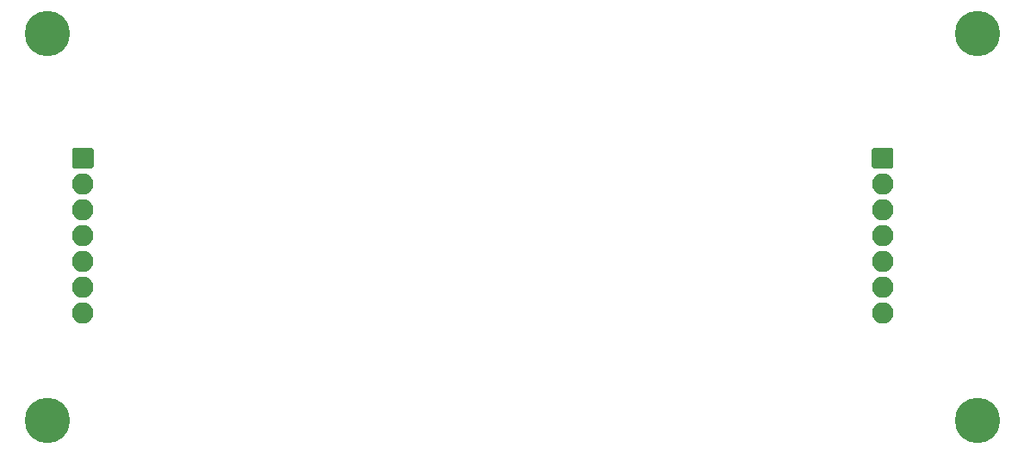
<source format=gbr>
%TF.GenerationSoftware,KiCad,Pcbnew,(5.1.10)-1*%
%TF.CreationDate,2021-10-26T22:21:35+02:00*%
%TF.ProjectId,TMS9929_RGB_Adapter,544d5339-3932-4395-9f52-47425f416461,0*%
%TF.SameCoordinates,Original*%
%TF.FileFunction,Soldermask,Bot*%
%TF.FilePolarity,Negative*%
%FSLAX46Y46*%
G04 Gerber Fmt 4.6, Leading zero omitted, Abs format (unit mm)*
G04 Created by KiCad (PCBNEW (5.1.10)-1) date 2021-10-26 22:21:35*
%MOMM*%
%LPD*%
G01*
G04 APERTURE LIST*
%ADD10O,2.100000X2.100000*%
%ADD11C,4.464000*%
G04 APERTURE END LIST*
D10*
%TO.C,J2*%
X108800000Y-51640000D03*
X108800000Y-49100000D03*
X108800000Y-46560000D03*
X108800000Y-44020000D03*
X108800000Y-41480000D03*
X108800000Y-38940000D03*
G36*
G01*
X107750000Y-37250000D02*
X107750000Y-35550000D01*
G75*
G02*
X107950000Y-35350000I200000J0D01*
G01*
X109650000Y-35350000D01*
G75*
G02*
X109850000Y-35550000I0J-200000D01*
G01*
X109850000Y-37250000D01*
G75*
G02*
X109650000Y-37450000I-200000J0D01*
G01*
X107950000Y-37450000D01*
G75*
G02*
X107750000Y-37250000I0J200000D01*
G01*
G37*
%TD*%
%TO.C,J1*%
X30200000Y-51640000D03*
X30200000Y-49100000D03*
X30200000Y-46560000D03*
X30200000Y-44020000D03*
X30200000Y-41480000D03*
X30200000Y-38940000D03*
G36*
G01*
X29150000Y-37250000D02*
X29150000Y-35550000D01*
G75*
G02*
X29350000Y-35350000I200000J0D01*
G01*
X31050000Y-35350000D01*
G75*
G02*
X31250000Y-35550000I0J-200000D01*
G01*
X31250000Y-37250000D01*
G75*
G02*
X31050000Y-37450000I-200000J0D01*
G01*
X29350000Y-37450000D01*
G75*
G02*
X29150000Y-37250000I0J200000D01*
G01*
G37*
%TD*%
D11*
%TO.C,P6*%
X26670000Y-24130000D03*
%TD*%
%TO.C,P8*%
X118110000Y-24130000D03*
%TD*%
%TO.C,P9*%
X118110000Y-62230000D03*
%TD*%
%TO.C,P7*%
X26670000Y-62230000D03*
%TD*%
M02*

</source>
